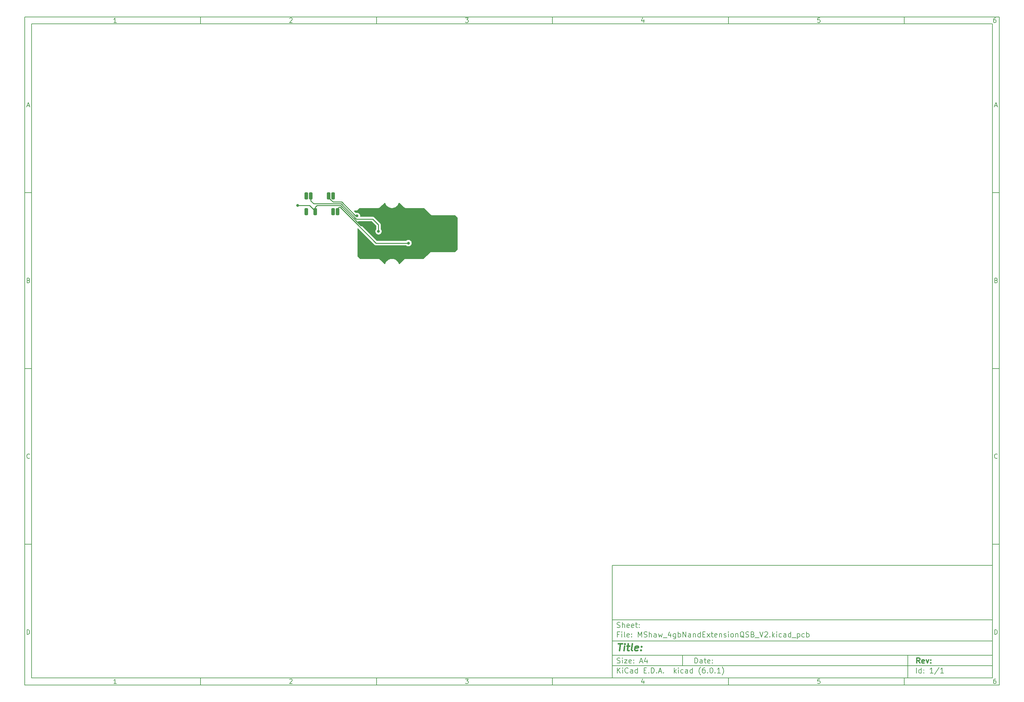
<source format=gbl>
%TF.GenerationSoftware,KiCad,Pcbnew,(6.0.1)*%
%TF.CreationDate,2022-02-28T01:07:11-07:00*%
%TF.ProjectId,MShaw_4gbNandExtensionQSB_V2,4d536861-775f-4346-9762-4e616e644578,rev?*%
%TF.SameCoordinates,Original*%
%TF.FileFunction,Copper,L2,Bot*%
%TF.FilePolarity,Positive*%
%FSLAX46Y46*%
G04 Gerber Fmt 4.6, Leading zero omitted, Abs format (unit mm)*
G04 Created by KiCad (PCBNEW (6.0.1)) date 2022-02-28 01:07:11*
%MOMM*%
%LPD*%
G01*
G04 APERTURE LIST*
G04 Aperture macros list*
%AMRoundRect*
0 Rectangle with rounded corners*
0 $1 Rounding radius*
0 $2 $3 $4 $5 $6 $7 $8 $9 X,Y pos of 4 corners*
0 Add a 4 corners polygon primitive as box body*
4,1,4,$2,$3,$4,$5,$6,$7,$8,$9,$2,$3,0*
0 Add four circle primitives for the rounded corners*
1,1,$1+$1,$2,$3*
1,1,$1+$1,$4,$5*
1,1,$1+$1,$6,$7*
1,1,$1+$1,$8,$9*
0 Add four rect primitives between the rounded corners*
20,1,$1+$1,$2,$3,$4,$5,0*
20,1,$1+$1,$4,$5,$6,$7,0*
20,1,$1+$1,$6,$7,$8,$9,0*
20,1,$1+$1,$8,$9,$2,$3,0*%
G04 Aperture macros list end*
%ADD10C,0.100000*%
%ADD11C,0.150000*%
%ADD12C,0.300000*%
%ADD13C,0.400000*%
%TA.AperFunction,ComponentPad*%
%ADD14RoundRect,0.250000X0.250000X-0.750000X0.250000X0.750000X-0.250000X0.750000X-0.250000X-0.750000X0*%
%TD*%
%TA.AperFunction,ViaPad*%
%ADD15C,0.800000*%
%TD*%
%TA.AperFunction,Conductor*%
%ADD16C,0.250000*%
%TD*%
G04 APERTURE END LIST*
D10*
D11*
X177002200Y-166007200D02*
X177002200Y-198007200D01*
X285002200Y-198007200D01*
X285002200Y-166007200D01*
X177002200Y-166007200D01*
D10*
D11*
X10000000Y-10000000D02*
X10000000Y-200007200D01*
X287002200Y-200007200D01*
X287002200Y-10000000D01*
X10000000Y-10000000D01*
D10*
D11*
X12000000Y-12000000D02*
X12000000Y-198007200D01*
X285002200Y-198007200D01*
X285002200Y-12000000D01*
X12000000Y-12000000D01*
D10*
D11*
X60000000Y-12000000D02*
X60000000Y-10000000D01*
D10*
D11*
X110000000Y-12000000D02*
X110000000Y-10000000D01*
D10*
D11*
X160000000Y-12000000D02*
X160000000Y-10000000D01*
D10*
D11*
X210000000Y-12000000D02*
X210000000Y-10000000D01*
D10*
D11*
X260000000Y-12000000D02*
X260000000Y-10000000D01*
D10*
D11*
X36065476Y-11588095D02*
X35322619Y-11588095D01*
X35694047Y-11588095D02*
X35694047Y-10288095D01*
X35570238Y-10473809D01*
X35446428Y-10597619D01*
X35322619Y-10659523D01*
D10*
D11*
X85322619Y-10411904D02*
X85384523Y-10350000D01*
X85508333Y-10288095D01*
X85817857Y-10288095D01*
X85941666Y-10350000D01*
X86003571Y-10411904D01*
X86065476Y-10535714D01*
X86065476Y-10659523D01*
X86003571Y-10845238D01*
X85260714Y-11588095D01*
X86065476Y-11588095D01*
D10*
D11*
X135260714Y-10288095D02*
X136065476Y-10288095D01*
X135632142Y-10783333D01*
X135817857Y-10783333D01*
X135941666Y-10845238D01*
X136003571Y-10907142D01*
X136065476Y-11030952D01*
X136065476Y-11340476D01*
X136003571Y-11464285D01*
X135941666Y-11526190D01*
X135817857Y-11588095D01*
X135446428Y-11588095D01*
X135322619Y-11526190D01*
X135260714Y-11464285D01*
D10*
D11*
X185941666Y-10721428D02*
X185941666Y-11588095D01*
X185632142Y-10226190D02*
X185322619Y-11154761D01*
X186127380Y-11154761D01*
D10*
D11*
X236003571Y-10288095D02*
X235384523Y-10288095D01*
X235322619Y-10907142D01*
X235384523Y-10845238D01*
X235508333Y-10783333D01*
X235817857Y-10783333D01*
X235941666Y-10845238D01*
X236003571Y-10907142D01*
X236065476Y-11030952D01*
X236065476Y-11340476D01*
X236003571Y-11464285D01*
X235941666Y-11526190D01*
X235817857Y-11588095D01*
X235508333Y-11588095D01*
X235384523Y-11526190D01*
X235322619Y-11464285D01*
D10*
D11*
X285941666Y-10288095D02*
X285694047Y-10288095D01*
X285570238Y-10350000D01*
X285508333Y-10411904D01*
X285384523Y-10597619D01*
X285322619Y-10845238D01*
X285322619Y-11340476D01*
X285384523Y-11464285D01*
X285446428Y-11526190D01*
X285570238Y-11588095D01*
X285817857Y-11588095D01*
X285941666Y-11526190D01*
X286003571Y-11464285D01*
X286065476Y-11340476D01*
X286065476Y-11030952D01*
X286003571Y-10907142D01*
X285941666Y-10845238D01*
X285817857Y-10783333D01*
X285570238Y-10783333D01*
X285446428Y-10845238D01*
X285384523Y-10907142D01*
X285322619Y-11030952D01*
D10*
D11*
X60000000Y-198007200D02*
X60000000Y-200007200D01*
D10*
D11*
X110000000Y-198007200D02*
X110000000Y-200007200D01*
D10*
D11*
X160000000Y-198007200D02*
X160000000Y-200007200D01*
D10*
D11*
X210000000Y-198007200D02*
X210000000Y-200007200D01*
D10*
D11*
X260000000Y-198007200D02*
X260000000Y-200007200D01*
D10*
D11*
X36065476Y-199595295D02*
X35322619Y-199595295D01*
X35694047Y-199595295D02*
X35694047Y-198295295D01*
X35570238Y-198481009D01*
X35446428Y-198604819D01*
X35322619Y-198666723D01*
D10*
D11*
X85322619Y-198419104D02*
X85384523Y-198357200D01*
X85508333Y-198295295D01*
X85817857Y-198295295D01*
X85941666Y-198357200D01*
X86003571Y-198419104D01*
X86065476Y-198542914D01*
X86065476Y-198666723D01*
X86003571Y-198852438D01*
X85260714Y-199595295D01*
X86065476Y-199595295D01*
D10*
D11*
X135260714Y-198295295D02*
X136065476Y-198295295D01*
X135632142Y-198790533D01*
X135817857Y-198790533D01*
X135941666Y-198852438D01*
X136003571Y-198914342D01*
X136065476Y-199038152D01*
X136065476Y-199347676D01*
X136003571Y-199471485D01*
X135941666Y-199533390D01*
X135817857Y-199595295D01*
X135446428Y-199595295D01*
X135322619Y-199533390D01*
X135260714Y-199471485D01*
D10*
D11*
X185941666Y-198728628D02*
X185941666Y-199595295D01*
X185632142Y-198233390D02*
X185322619Y-199161961D01*
X186127380Y-199161961D01*
D10*
D11*
X236003571Y-198295295D02*
X235384523Y-198295295D01*
X235322619Y-198914342D01*
X235384523Y-198852438D01*
X235508333Y-198790533D01*
X235817857Y-198790533D01*
X235941666Y-198852438D01*
X236003571Y-198914342D01*
X236065476Y-199038152D01*
X236065476Y-199347676D01*
X236003571Y-199471485D01*
X235941666Y-199533390D01*
X235817857Y-199595295D01*
X235508333Y-199595295D01*
X235384523Y-199533390D01*
X235322619Y-199471485D01*
D10*
D11*
X285941666Y-198295295D02*
X285694047Y-198295295D01*
X285570238Y-198357200D01*
X285508333Y-198419104D01*
X285384523Y-198604819D01*
X285322619Y-198852438D01*
X285322619Y-199347676D01*
X285384523Y-199471485D01*
X285446428Y-199533390D01*
X285570238Y-199595295D01*
X285817857Y-199595295D01*
X285941666Y-199533390D01*
X286003571Y-199471485D01*
X286065476Y-199347676D01*
X286065476Y-199038152D01*
X286003571Y-198914342D01*
X285941666Y-198852438D01*
X285817857Y-198790533D01*
X285570238Y-198790533D01*
X285446428Y-198852438D01*
X285384523Y-198914342D01*
X285322619Y-199038152D01*
D10*
D11*
X10000000Y-60000000D02*
X12000000Y-60000000D01*
D10*
D11*
X10000000Y-110000000D02*
X12000000Y-110000000D01*
D10*
D11*
X10000000Y-160000000D02*
X12000000Y-160000000D01*
D10*
D11*
X10690476Y-35216666D02*
X11309523Y-35216666D01*
X10566666Y-35588095D02*
X11000000Y-34288095D01*
X11433333Y-35588095D01*
D10*
D11*
X11092857Y-84907142D02*
X11278571Y-84969047D01*
X11340476Y-85030952D01*
X11402380Y-85154761D01*
X11402380Y-85340476D01*
X11340476Y-85464285D01*
X11278571Y-85526190D01*
X11154761Y-85588095D01*
X10659523Y-85588095D01*
X10659523Y-84288095D01*
X11092857Y-84288095D01*
X11216666Y-84350000D01*
X11278571Y-84411904D01*
X11340476Y-84535714D01*
X11340476Y-84659523D01*
X11278571Y-84783333D01*
X11216666Y-84845238D01*
X11092857Y-84907142D01*
X10659523Y-84907142D01*
D10*
D11*
X11402380Y-135464285D02*
X11340476Y-135526190D01*
X11154761Y-135588095D01*
X11030952Y-135588095D01*
X10845238Y-135526190D01*
X10721428Y-135402380D01*
X10659523Y-135278571D01*
X10597619Y-135030952D01*
X10597619Y-134845238D01*
X10659523Y-134597619D01*
X10721428Y-134473809D01*
X10845238Y-134350000D01*
X11030952Y-134288095D01*
X11154761Y-134288095D01*
X11340476Y-134350000D01*
X11402380Y-134411904D01*
D10*
D11*
X10659523Y-185588095D02*
X10659523Y-184288095D01*
X10969047Y-184288095D01*
X11154761Y-184350000D01*
X11278571Y-184473809D01*
X11340476Y-184597619D01*
X11402380Y-184845238D01*
X11402380Y-185030952D01*
X11340476Y-185278571D01*
X11278571Y-185402380D01*
X11154761Y-185526190D01*
X10969047Y-185588095D01*
X10659523Y-185588095D01*
D10*
D11*
X287002200Y-60000000D02*
X285002200Y-60000000D01*
D10*
D11*
X287002200Y-110000000D02*
X285002200Y-110000000D01*
D10*
D11*
X287002200Y-160000000D02*
X285002200Y-160000000D01*
D10*
D11*
X285692676Y-35216666D02*
X286311723Y-35216666D01*
X285568866Y-35588095D02*
X286002200Y-34288095D01*
X286435533Y-35588095D01*
D10*
D11*
X286095057Y-84907142D02*
X286280771Y-84969047D01*
X286342676Y-85030952D01*
X286404580Y-85154761D01*
X286404580Y-85340476D01*
X286342676Y-85464285D01*
X286280771Y-85526190D01*
X286156961Y-85588095D01*
X285661723Y-85588095D01*
X285661723Y-84288095D01*
X286095057Y-84288095D01*
X286218866Y-84350000D01*
X286280771Y-84411904D01*
X286342676Y-84535714D01*
X286342676Y-84659523D01*
X286280771Y-84783333D01*
X286218866Y-84845238D01*
X286095057Y-84907142D01*
X285661723Y-84907142D01*
D10*
D11*
X286404580Y-135464285D02*
X286342676Y-135526190D01*
X286156961Y-135588095D01*
X286033152Y-135588095D01*
X285847438Y-135526190D01*
X285723628Y-135402380D01*
X285661723Y-135278571D01*
X285599819Y-135030952D01*
X285599819Y-134845238D01*
X285661723Y-134597619D01*
X285723628Y-134473809D01*
X285847438Y-134350000D01*
X286033152Y-134288095D01*
X286156961Y-134288095D01*
X286342676Y-134350000D01*
X286404580Y-134411904D01*
D10*
D11*
X285661723Y-185588095D02*
X285661723Y-184288095D01*
X285971247Y-184288095D01*
X286156961Y-184350000D01*
X286280771Y-184473809D01*
X286342676Y-184597619D01*
X286404580Y-184845238D01*
X286404580Y-185030952D01*
X286342676Y-185278571D01*
X286280771Y-185402380D01*
X286156961Y-185526190D01*
X285971247Y-185588095D01*
X285661723Y-185588095D01*
D10*
D11*
X200434342Y-193785771D02*
X200434342Y-192285771D01*
X200791485Y-192285771D01*
X201005771Y-192357200D01*
X201148628Y-192500057D01*
X201220057Y-192642914D01*
X201291485Y-192928628D01*
X201291485Y-193142914D01*
X201220057Y-193428628D01*
X201148628Y-193571485D01*
X201005771Y-193714342D01*
X200791485Y-193785771D01*
X200434342Y-193785771D01*
X202577200Y-193785771D02*
X202577200Y-193000057D01*
X202505771Y-192857200D01*
X202362914Y-192785771D01*
X202077200Y-192785771D01*
X201934342Y-192857200D01*
X202577200Y-193714342D02*
X202434342Y-193785771D01*
X202077200Y-193785771D01*
X201934342Y-193714342D01*
X201862914Y-193571485D01*
X201862914Y-193428628D01*
X201934342Y-193285771D01*
X202077200Y-193214342D01*
X202434342Y-193214342D01*
X202577200Y-193142914D01*
X203077200Y-192785771D02*
X203648628Y-192785771D01*
X203291485Y-192285771D02*
X203291485Y-193571485D01*
X203362914Y-193714342D01*
X203505771Y-193785771D01*
X203648628Y-193785771D01*
X204720057Y-193714342D02*
X204577200Y-193785771D01*
X204291485Y-193785771D01*
X204148628Y-193714342D01*
X204077200Y-193571485D01*
X204077200Y-193000057D01*
X204148628Y-192857200D01*
X204291485Y-192785771D01*
X204577200Y-192785771D01*
X204720057Y-192857200D01*
X204791485Y-193000057D01*
X204791485Y-193142914D01*
X204077200Y-193285771D01*
X205434342Y-193642914D02*
X205505771Y-193714342D01*
X205434342Y-193785771D01*
X205362914Y-193714342D01*
X205434342Y-193642914D01*
X205434342Y-193785771D01*
X205434342Y-192857200D02*
X205505771Y-192928628D01*
X205434342Y-193000057D01*
X205362914Y-192928628D01*
X205434342Y-192857200D01*
X205434342Y-193000057D01*
D10*
D11*
X177002200Y-194507200D02*
X285002200Y-194507200D01*
D10*
D11*
X178434342Y-196585771D02*
X178434342Y-195085771D01*
X179291485Y-196585771D02*
X178648628Y-195728628D01*
X179291485Y-195085771D02*
X178434342Y-195942914D01*
X179934342Y-196585771D02*
X179934342Y-195585771D01*
X179934342Y-195085771D02*
X179862914Y-195157200D01*
X179934342Y-195228628D01*
X180005771Y-195157200D01*
X179934342Y-195085771D01*
X179934342Y-195228628D01*
X181505771Y-196442914D02*
X181434342Y-196514342D01*
X181220057Y-196585771D01*
X181077200Y-196585771D01*
X180862914Y-196514342D01*
X180720057Y-196371485D01*
X180648628Y-196228628D01*
X180577200Y-195942914D01*
X180577200Y-195728628D01*
X180648628Y-195442914D01*
X180720057Y-195300057D01*
X180862914Y-195157200D01*
X181077200Y-195085771D01*
X181220057Y-195085771D01*
X181434342Y-195157200D01*
X181505771Y-195228628D01*
X182791485Y-196585771D02*
X182791485Y-195800057D01*
X182720057Y-195657200D01*
X182577200Y-195585771D01*
X182291485Y-195585771D01*
X182148628Y-195657200D01*
X182791485Y-196514342D02*
X182648628Y-196585771D01*
X182291485Y-196585771D01*
X182148628Y-196514342D01*
X182077200Y-196371485D01*
X182077200Y-196228628D01*
X182148628Y-196085771D01*
X182291485Y-196014342D01*
X182648628Y-196014342D01*
X182791485Y-195942914D01*
X184148628Y-196585771D02*
X184148628Y-195085771D01*
X184148628Y-196514342D02*
X184005771Y-196585771D01*
X183720057Y-196585771D01*
X183577200Y-196514342D01*
X183505771Y-196442914D01*
X183434342Y-196300057D01*
X183434342Y-195871485D01*
X183505771Y-195728628D01*
X183577200Y-195657200D01*
X183720057Y-195585771D01*
X184005771Y-195585771D01*
X184148628Y-195657200D01*
X186005771Y-195800057D02*
X186505771Y-195800057D01*
X186720057Y-196585771D02*
X186005771Y-196585771D01*
X186005771Y-195085771D01*
X186720057Y-195085771D01*
X187362914Y-196442914D02*
X187434342Y-196514342D01*
X187362914Y-196585771D01*
X187291485Y-196514342D01*
X187362914Y-196442914D01*
X187362914Y-196585771D01*
X188077200Y-196585771D02*
X188077200Y-195085771D01*
X188434342Y-195085771D01*
X188648628Y-195157200D01*
X188791485Y-195300057D01*
X188862914Y-195442914D01*
X188934342Y-195728628D01*
X188934342Y-195942914D01*
X188862914Y-196228628D01*
X188791485Y-196371485D01*
X188648628Y-196514342D01*
X188434342Y-196585771D01*
X188077200Y-196585771D01*
X189577200Y-196442914D02*
X189648628Y-196514342D01*
X189577200Y-196585771D01*
X189505771Y-196514342D01*
X189577200Y-196442914D01*
X189577200Y-196585771D01*
X190220057Y-196157200D02*
X190934342Y-196157200D01*
X190077200Y-196585771D02*
X190577200Y-195085771D01*
X191077200Y-196585771D01*
X191577200Y-196442914D02*
X191648628Y-196514342D01*
X191577200Y-196585771D01*
X191505771Y-196514342D01*
X191577200Y-196442914D01*
X191577200Y-196585771D01*
X194577200Y-196585771D02*
X194577200Y-195085771D01*
X194720057Y-196014342D02*
X195148628Y-196585771D01*
X195148628Y-195585771D02*
X194577200Y-196157200D01*
X195791485Y-196585771D02*
X195791485Y-195585771D01*
X195791485Y-195085771D02*
X195720057Y-195157200D01*
X195791485Y-195228628D01*
X195862914Y-195157200D01*
X195791485Y-195085771D01*
X195791485Y-195228628D01*
X197148628Y-196514342D02*
X197005771Y-196585771D01*
X196720057Y-196585771D01*
X196577200Y-196514342D01*
X196505771Y-196442914D01*
X196434342Y-196300057D01*
X196434342Y-195871485D01*
X196505771Y-195728628D01*
X196577200Y-195657200D01*
X196720057Y-195585771D01*
X197005771Y-195585771D01*
X197148628Y-195657200D01*
X198434342Y-196585771D02*
X198434342Y-195800057D01*
X198362914Y-195657200D01*
X198220057Y-195585771D01*
X197934342Y-195585771D01*
X197791485Y-195657200D01*
X198434342Y-196514342D02*
X198291485Y-196585771D01*
X197934342Y-196585771D01*
X197791485Y-196514342D01*
X197720057Y-196371485D01*
X197720057Y-196228628D01*
X197791485Y-196085771D01*
X197934342Y-196014342D01*
X198291485Y-196014342D01*
X198434342Y-195942914D01*
X199791485Y-196585771D02*
X199791485Y-195085771D01*
X199791485Y-196514342D02*
X199648628Y-196585771D01*
X199362914Y-196585771D01*
X199220057Y-196514342D01*
X199148628Y-196442914D01*
X199077200Y-196300057D01*
X199077200Y-195871485D01*
X199148628Y-195728628D01*
X199220057Y-195657200D01*
X199362914Y-195585771D01*
X199648628Y-195585771D01*
X199791485Y-195657200D01*
X202077200Y-197157200D02*
X202005771Y-197085771D01*
X201862914Y-196871485D01*
X201791485Y-196728628D01*
X201720057Y-196514342D01*
X201648628Y-196157200D01*
X201648628Y-195871485D01*
X201720057Y-195514342D01*
X201791485Y-195300057D01*
X201862914Y-195157200D01*
X202005771Y-194942914D01*
X202077200Y-194871485D01*
X203291485Y-195085771D02*
X203005771Y-195085771D01*
X202862914Y-195157200D01*
X202791485Y-195228628D01*
X202648628Y-195442914D01*
X202577200Y-195728628D01*
X202577200Y-196300057D01*
X202648628Y-196442914D01*
X202720057Y-196514342D01*
X202862914Y-196585771D01*
X203148628Y-196585771D01*
X203291485Y-196514342D01*
X203362914Y-196442914D01*
X203434342Y-196300057D01*
X203434342Y-195942914D01*
X203362914Y-195800057D01*
X203291485Y-195728628D01*
X203148628Y-195657200D01*
X202862914Y-195657200D01*
X202720057Y-195728628D01*
X202648628Y-195800057D01*
X202577200Y-195942914D01*
X204077200Y-196442914D02*
X204148628Y-196514342D01*
X204077200Y-196585771D01*
X204005771Y-196514342D01*
X204077200Y-196442914D01*
X204077200Y-196585771D01*
X205077200Y-195085771D02*
X205220057Y-195085771D01*
X205362914Y-195157200D01*
X205434342Y-195228628D01*
X205505771Y-195371485D01*
X205577200Y-195657200D01*
X205577200Y-196014342D01*
X205505771Y-196300057D01*
X205434342Y-196442914D01*
X205362914Y-196514342D01*
X205220057Y-196585771D01*
X205077200Y-196585771D01*
X204934342Y-196514342D01*
X204862914Y-196442914D01*
X204791485Y-196300057D01*
X204720057Y-196014342D01*
X204720057Y-195657200D01*
X204791485Y-195371485D01*
X204862914Y-195228628D01*
X204934342Y-195157200D01*
X205077200Y-195085771D01*
X206220057Y-196442914D02*
X206291485Y-196514342D01*
X206220057Y-196585771D01*
X206148628Y-196514342D01*
X206220057Y-196442914D01*
X206220057Y-196585771D01*
X207720057Y-196585771D02*
X206862914Y-196585771D01*
X207291485Y-196585771D02*
X207291485Y-195085771D01*
X207148628Y-195300057D01*
X207005771Y-195442914D01*
X206862914Y-195514342D01*
X208220057Y-197157200D02*
X208291485Y-197085771D01*
X208434342Y-196871485D01*
X208505771Y-196728628D01*
X208577200Y-196514342D01*
X208648628Y-196157200D01*
X208648628Y-195871485D01*
X208577200Y-195514342D01*
X208505771Y-195300057D01*
X208434342Y-195157200D01*
X208291485Y-194942914D01*
X208220057Y-194871485D01*
D10*
D11*
X177002200Y-191507200D02*
X285002200Y-191507200D01*
D10*
D12*
X264411485Y-193785771D02*
X263911485Y-193071485D01*
X263554342Y-193785771D02*
X263554342Y-192285771D01*
X264125771Y-192285771D01*
X264268628Y-192357200D01*
X264340057Y-192428628D01*
X264411485Y-192571485D01*
X264411485Y-192785771D01*
X264340057Y-192928628D01*
X264268628Y-193000057D01*
X264125771Y-193071485D01*
X263554342Y-193071485D01*
X265625771Y-193714342D02*
X265482914Y-193785771D01*
X265197200Y-193785771D01*
X265054342Y-193714342D01*
X264982914Y-193571485D01*
X264982914Y-193000057D01*
X265054342Y-192857200D01*
X265197200Y-192785771D01*
X265482914Y-192785771D01*
X265625771Y-192857200D01*
X265697200Y-193000057D01*
X265697200Y-193142914D01*
X264982914Y-193285771D01*
X266197200Y-192785771D02*
X266554342Y-193785771D01*
X266911485Y-192785771D01*
X267482914Y-193642914D02*
X267554342Y-193714342D01*
X267482914Y-193785771D01*
X267411485Y-193714342D01*
X267482914Y-193642914D01*
X267482914Y-193785771D01*
X267482914Y-192857200D02*
X267554342Y-192928628D01*
X267482914Y-193000057D01*
X267411485Y-192928628D01*
X267482914Y-192857200D01*
X267482914Y-193000057D01*
D10*
D11*
X178362914Y-193714342D02*
X178577200Y-193785771D01*
X178934342Y-193785771D01*
X179077200Y-193714342D01*
X179148628Y-193642914D01*
X179220057Y-193500057D01*
X179220057Y-193357200D01*
X179148628Y-193214342D01*
X179077200Y-193142914D01*
X178934342Y-193071485D01*
X178648628Y-193000057D01*
X178505771Y-192928628D01*
X178434342Y-192857200D01*
X178362914Y-192714342D01*
X178362914Y-192571485D01*
X178434342Y-192428628D01*
X178505771Y-192357200D01*
X178648628Y-192285771D01*
X179005771Y-192285771D01*
X179220057Y-192357200D01*
X179862914Y-193785771D02*
X179862914Y-192785771D01*
X179862914Y-192285771D02*
X179791485Y-192357200D01*
X179862914Y-192428628D01*
X179934342Y-192357200D01*
X179862914Y-192285771D01*
X179862914Y-192428628D01*
X180434342Y-192785771D02*
X181220057Y-192785771D01*
X180434342Y-193785771D01*
X181220057Y-193785771D01*
X182362914Y-193714342D02*
X182220057Y-193785771D01*
X181934342Y-193785771D01*
X181791485Y-193714342D01*
X181720057Y-193571485D01*
X181720057Y-193000057D01*
X181791485Y-192857200D01*
X181934342Y-192785771D01*
X182220057Y-192785771D01*
X182362914Y-192857200D01*
X182434342Y-193000057D01*
X182434342Y-193142914D01*
X181720057Y-193285771D01*
X183077200Y-193642914D02*
X183148628Y-193714342D01*
X183077200Y-193785771D01*
X183005771Y-193714342D01*
X183077200Y-193642914D01*
X183077200Y-193785771D01*
X183077200Y-192857200D02*
X183148628Y-192928628D01*
X183077200Y-193000057D01*
X183005771Y-192928628D01*
X183077200Y-192857200D01*
X183077200Y-193000057D01*
X184862914Y-193357200D02*
X185577200Y-193357200D01*
X184720057Y-193785771D02*
X185220057Y-192285771D01*
X185720057Y-193785771D01*
X186862914Y-192785771D02*
X186862914Y-193785771D01*
X186505771Y-192214342D02*
X186148628Y-193285771D01*
X187077200Y-193285771D01*
D10*
D11*
X263434342Y-196585771D02*
X263434342Y-195085771D01*
X264791485Y-196585771D02*
X264791485Y-195085771D01*
X264791485Y-196514342D02*
X264648628Y-196585771D01*
X264362914Y-196585771D01*
X264220057Y-196514342D01*
X264148628Y-196442914D01*
X264077200Y-196300057D01*
X264077200Y-195871485D01*
X264148628Y-195728628D01*
X264220057Y-195657200D01*
X264362914Y-195585771D01*
X264648628Y-195585771D01*
X264791485Y-195657200D01*
X265505771Y-196442914D02*
X265577200Y-196514342D01*
X265505771Y-196585771D01*
X265434342Y-196514342D01*
X265505771Y-196442914D01*
X265505771Y-196585771D01*
X265505771Y-195657200D02*
X265577200Y-195728628D01*
X265505771Y-195800057D01*
X265434342Y-195728628D01*
X265505771Y-195657200D01*
X265505771Y-195800057D01*
X268148628Y-196585771D02*
X267291485Y-196585771D01*
X267720057Y-196585771D02*
X267720057Y-195085771D01*
X267577200Y-195300057D01*
X267434342Y-195442914D01*
X267291485Y-195514342D01*
X269862914Y-195014342D02*
X268577200Y-196942914D01*
X271148628Y-196585771D02*
X270291485Y-196585771D01*
X270720057Y-196585771D02*
X270720057Y-195085771D01*
X270577200Y-195300057D01*
X270434342Y-195442914D01*
X270291485Y-195514342D01*
D10*
D11*
X177002200Y-187507200D02*
X285002200Y-187507200D01*
D10*
D13*
X178714580Y-188211961D02*
X179857438Y-188211961D01*
X179036009Y-190211961D02*
X179286009Y-188211961D01*
X180274104Y-190211961D02*
X180440771Y-188878628D01*
X180524104Y-188211961D02*
X180416961Y-188307200D01*
X180500295Y-188402438D01*
X180607438Y-188307200D01*
X180524104Y-188211961D01*
X180500295Y-188402438D01*
X181107438Y-188878628D02*
X181869342Y-188878628D01*
X181476485Y-188211961D02*
X181262200Y-189926247D01*
X181333628Y-190116723D01*
X181512200Y-190211961D01*
X181702676Y-190211961D01*
X182655057Y-190211961D02*
X182476485Y-190116723D01*
X182405057Y-189926247D01*
X182619342Y-188211961D01*
X184190771Y-190116723D02*
X183988390Y-190211961D01*
X183607438Y-190211961D01*
X183428866Y-190116723D01*
X183357438Y-189926247D01*
X183452676Y-189164342D01*
X183571723Y-188973866D01*
X183774104Y-188878628D01*
X184155057Y-188878628D01*
X184333628Y-188973866D01*
X184405057Y-189164342D01*
X184381247Y-189354819D01*
X183405057Y-189545295D01*
X185155057Y-190021485D02*
X185238390Y-190116723D01*
X185131247Y-190211961D01*
X185047914Y-190116723D01*
X185155057Y-190021485D01*
X185131247Y-190211961D01*
X185286009Y-188973866D02*
X185369342Y-189069104D01*
X185262200Y-189164342D01*
X185178866Y-189069104D01*
X185286009Y-188973866D01*
X185262200Y-189164342D01*
D10*
D11*
X178934342Y-185600057D02*
X178434342Y-185600057D01*
X178434342Y-186385771D02*
X178434342Y-184885771D01*
X179148628Y-184885771D01*
X179720057Y-186385771D02*
X179720057Y-185385771D01*
X179720057Y-184885771D02*
X179648628Y-184957200D01*
X179720057Y-185028628D01*
X179791485Y-184957200D01*
X179720057Y-184885771D01*
X179720057Y-185028628D01*
X180648628Y-186385771D02*
X180505771Y-186314342D01*
X180434342Y-186171485D01*
X180434342Y-184885771D01*
X181791485Y-186314342D02*
X181648628Y-186385771D01*
X181362914Y-186385771D01*
X181220057Y-186314342D01*
X181148628Y-186171485D01*
X181148628Y-185600057D01*
X181220057Y-185457200D01*
X181362914Y-185385771D01*
X181648628Y-185385771D01*
X181791485Y-185457200D01*
X181862914Y-185600057D01*
X181862914Y-185742914D01*
X181148628Y-185885771D01*
X182505771Y-186242914D02*
X182577200Y-186314342D01*
X182505771Y-186385771D01*
X182434342Y-186314342D01*
X182505771Y-186242914D01*
X182505771Y-186385771D01*
X182505771Y-185457200D02*
X182577200Y-185528628D01*
X182505771Y-185600057D01*
X182434342Y-185528628D01*
X182505771Y-185457200D01*
X182505771Y-185600057D01*
X184362914Y-186385771D02*
X184362914Y-184885771D01*
X184862914Y-185957200D01*
X185362914Y-184885771D01*
X185362914Y-186385771D01*
X186005771Y-186314342D02*
X186220057Y-186385771D01*
X186577200Y-186385771D01*
X186720057Y-186314342D01*
X186791485Y-186242914D01*
X186862914Y-186100057D01*
X186862914Y-185957200D01*
X186791485Y-185814342D01*
X186720057Y-185742914D01*
X186577200Y-185671485D01*
X186291485Y-185600057D01*
X186148628Y-185528628D01*
X186077200Y-185457200D01*
X186005771Y-185314342D01*
X186005771Y-185171485D01*
X186077200Y-185028628D01*
X186148628Y-184957200D01*
X186291485Y-184885771D01*
X186648628Y-184885771D01*
X186862914Y-184957200D01*
X187505771Y-186385771D02*
X187505771Y-184885771D01*
X188148628Y-186385771D02*
X188148628Y-185600057D01*
X188077200Y-185457200D01*
X187934342Y-185385771D01*
X187720057Y-185385771D01*
X187577200Y-185457200D01*
X187505771Y-185528628D01*
X189505771Y-186385771D02*
X189505771Y-185600057D01*
X189434342Y-185457200D01*
X189291485Y-185385771D01*
X189005771Y-185385771D01*
X188862914Y-185457200D01*
X189505771Y-186314342D02*
X189362914Y-186385771D01*
X189005771Y-186385771D01*
X188862914Y-186314342D01*
X188791485Y-186171485D01*
X188791485Y-186028628D01*
X188862914Y-185885771D01*
X189005771Y-185814342D01*
X189362914Y-185814342D01*
X189505771Y-185742914D01*
X190077200Y-185385771D02*
X190362914Y-186385771D01*
X190648628Y-185671485D01*
X190934342Y-186385771D01*
X191220057Y-185385771D01*
X191434342Y-186528628D02*
X192577200Y-186528628D01*
X193577200Y-185385771D02*
X193577200Y-186385771D01*
X193220057Y-184814342D02*
X192862914Y-185885771D01*
X193791485Y-185885771D01*
X195005771Y-185385771D02*
X195005771Y-186600057D01*
X194934342Y-186742914D01*
X194862914Y-186814342D01*
X194720057Y-186885771D01*
X194505771Y-186885771D01*
X194362914Y-186814342D01*
X195005771Y-186314342D02*
X194862914Y-186385771D01*
X194577200Y-186385771D01*
X194434342Y-186314342D01*
X194362914Y-186242914D01*
X194291485Y-186100057D01*
X194291485Y-185671485D01*
X194362914Y-185528628D01*
X194434342Y-185457200D01*
X194577200Y-185385771D01*
X194862914Y-185385771D01*
X195005771Y-185457200D01*
X195720057Y-186385771D02*
X195720057Y-184885771D01*
X195720057Y-185457200D02*
X195862914Y-185385771D01*
X196148628Y-185385771D01*
X196291485Y-185457200D01*
X196362914Y-185528628D01*
X196434342Y-185671485D01*
X196434342Y-186100057D01*
X196362914Y-186242914D01*
X196291485Y-186314342D01*
X196148628Y-186385771D01*
X195862914Y-186385771D01*
X195720057Y-186314342D01*
X197077200Y-186385771D02*
X197077200Y-184885771D01*
X197934342Y-186385771D01*
X197934342Y-184885771D01*
X199291485Y-186385771D02*
X199291485Y-185600057D01*
X199220057Y-185457200D01*
X199077200Y-185385771D01*
X198791485Y-185385771D01*
X198648628Y-185457200D01*
X199291485Y-186314342D02*
X199148628Y-186385771D01*
X198791485Y-186385771D01*
X198648628Y-186314342D01*
X198577200Y-186171485D01*
X198577200Y-186028628D01*
X198648628Y-185885771D01*
X198791485Y-185814342D01*
X199148628Y-185814342D01*
X199291485Y-185742914D01*
X200005771Y-185385771D02*
X200005771Y-186385771D01*
X200005771Y-185528628D02*
X200077200Y-185457200D01*
X200220057Y-185385771D01*
X200434342Y-185385771D01*
X200577200Y-185457200D01*
X200648628Y-185600057D01*
X200648628Y-186385771D01*
X202005771Y-186385771D02*
X202005771Y-184885771D01*
X202005771Y-186314342D02*
X201862914Y-186385771D01*
X201577200Y-186385771D01*
X201434342Y-186314342D01*
X201362914Y-186242914D01*
X201291485Y-186100057D01*
X201291485Y-185671485D01*
X201362914Y-185528628D01*
X201434342Y-185457200D01*
X201577200Y-185385771D01*
X201862914Y-185385771D01*
X202005771Y-185457200D01*
X202720057Y-185600057D02*
X203220057Y-185600057D01*
X203434342Y-186385771D02*
X202720057Y-186385771D01*
X202720057Y-184885771D01*
X203434342Y-184885771D01*
X203934342Y-186385771D02*
X204720057Y-185385771D01*
X203934342Y-185385771D02*
X204720057Y-186385771D01*
X205077200Y-185385771D02*
X205648628Y-185385771D01*
X205291485Y-184885771D02*
X205291485Y-186171485D01*
X205362914Y-186314342D01*
X205505771Y-186385771D01*
X205648628Y-186385771D01*
X206720057Y-186314342D02*
X206577200Y-186385771D01*
X206291485Y-186385771D01*
X206148628Y-186314342D01*
X206077200Y-186171485D01*
X206077200Y-185600057D01*
X206148628Y-185457200D01*
X206291485Y-185385771D01*
X206577200Y-185385771D01*
X206720057Y-185457200D01*
X206791485Y-185600057D01*
X206791485Y-185742914D01*
X206077200Y-185885771D01*
X207434342Y-185385771D02*
X207434342Y-186385771D01*
X207434342Y-185528628D02*
X207505771Y-185457200D01*
X207648628Y-185385771D01*
X207862914Y-185385771D01*
X208005771Y-185457200D01*
X208077200Y-185600057D01*
X208077200Y-186385771D01*
X208720057Y-186314342D02*
X208862914Y-186385771D01*
X209148628Y-186385771D01*
X209291485Y-186314342D01*
X209362914Y-186171485D01*
X209362914Y-186100057D01*
X209291485Y-185957200D01*
X209148628Y-185885771D01*
X208934342Y-185885771D01*
X208791485Y-185814342D01*
X208720057Y-185671485D01*
X208720057Y-185600057D01*
X208791485Y-185457200D01*
X208934342Y-185385771D01*
X209148628Y-185385771D01*
X209291485Y-185457200D01*
X210005771Y-186385771D02*
X210005771Y-185385771D01*
X210005771Y-184885771D02*
X209934342Y-184957200D01*
X210005771Y-185028628D01*
X210077200Y-184957200D01*
X210005771Y-184885771D01*
X210005771Y-185028628D01*
X210934342Y-186385771D02*
X210791485Y-186314342D01*
X210720057Y-186242914D01*
X210648628Y-186100057D01*
X210648628Y-185671485D01*
X210720057Y-185528628D01*
X210791485Y-185457200D01*
X210934342Y-185385771D01*
X211148628Y-185385771D01*
X211291485Y-185457200D01*
X211362914Y-185528628D01*
X211434342Y-185671485D01*
X211434342Y-186100057D01*
X211362914Y-186242914D01*
X211291485Y-186314342D01*
X211148628Y-186385771D01*
X210934342Y-186385771D01*
X212077200Y-185385771D02*
X212077200Y-186385771D01*
X212077200Y-185528628D02*
X212148628Y-185457200D01*
X212291485Y-185385771D01*
X212505771Y-185385771D01*
X212648628Y-185457200D01*
X212720057Y-185600057D01*
X212720057Y-186385771D01*
X214434342Y-186528628D02*
X214291485Y-186457200D01*
X214148628Y-186314342D01*
X213934342Y-186100057D01*
X213791485Y-186028628D01*
X213648628Y-186028628D01*
X213720057Y-186385771D02*
X213577200Y-186314342D01*
X213434342Y-186171485D01*
X213362914Y-185885771D01*
X213362914Y-185385771D01*
X213434342Y-185100057D01*
X213577200Y-184957200D01*
X213720057Y-184885771D01*
X214005771Y-184885771D01*
X214148628Y-184957200D01*
X214291485Y-185100057D01*
X214362914Y-185385771D01*
X214362914Y-185885771D01*
X214291485Y-186171485D01*
X214148628Y-186314342D01*
X214005771Y-186385771D01*
X213720057Y-186385771D01*
X214934342Y-186314342D02*
X215148628Y-186385771D01*
X215505771Y-186385771D01*
X215648628Y-186314342D01*
X215720057Y-186242914D01*
X215791485Y-186100057D01*
X215791485Y-185957200D01*
X215720057Y-185814342D01*
X215648628Y-185742914D01*
X215505771Y-185671485D01*
X215220057Y-185600057D01*
X215077200Y-185528628D01*
X215005771Y-185457200D01*
X214934342Y-185314342D01*
X214934342Y-185171485D01*
X215005771Y-185028628D01*
X215077200Y-184957200D01*
X215220057Y-184885771D01*
X215577200Y-184885771D01*
X215791485Y-184957200D01*
X216934342Y-185600057D02*
X217148628Y-185671485D01*
X217220057Y-185742914D01*
X217291485Y-185885771D01*
X217291485Y-186100057D01*
X217220057Y-186242914D01*
X217148628Y-186314342D01*
X217005771Y-186385771D01*
X216434342Y-186385771D01*
X216434342Y-184885771D01*
X216934342Y-184885771D01*
X217077200Y-184957200D01*
X217148628Y-185028628D01*
X217220057Y-185171485D01*
X217220057Y-185314342D01*
X217148628Y-185457200D01*
X217077200Y-185528628D01*
X216934342Y-185600057D01*
X216434342Y-185600057D01*
X217577200Y-186528628D02*
X218720057Y-186528628D01*
X218862914Y-184885771D02*
X219362914Y-186385771D01*
X219862914Y-184885771D01*
X220291485Y-185028628D02*
X220362914Y-184957200D01*
X220505771Y-184885771D01*
X220862914Y-184885771D01*
X221005771Y-184957200D01*
X221077200Y-185028628D01*
X221148628Y-185171485D01*
X221148628Y-185314342D01*
X221077200Y-185528628D01*
X220220057Y-186385771D01*
X221148628Y-186385771D01*
X221791485Y-186242914D02*
X221862914Y-186314342D01*
X221791485Y-186385771D01*
X221720057Y-186314342D01*
X221791485Y-186242914D01*
X221791485Y-186385771D01*
X222505771Y-186385771D02*
X222505771Y-184885771D01*
X222648628Y-185814342D02*
X223077200Y-186385771D01*
X223077200Y-185385771D02*
X222505771Y-185957200D01*
X223720057Y-186385771D02*
X223720057Y-185385771D01*
X223720057Y-184885771D02*
X223648628Y-184957200D01*
X223720057Y-185028628D01*
X223791485Y-184957200D01*
X223720057Y-184885771D01*
X223720057Y-185028628D01*
X225077200Y-186314342D02*
X224934342Y-186385771D01*
X224648628Y-186385771D01*
X224505771Y-186314342D01*
X224434342Y-186242914D01*
X224362914Y-186100057D01*
X224362914Y-185671485D01*
X224434342Y-185528628D01*
X224505771Y-185457200D01*
X224648628Y-185385771D01*
X224934342Y-185385771D01*
X225077200Y-185457200D01*
X226362914Y-186385771D02*
X226362914Y-185600057D01*
X226291485Y-185457200D01*
X226148628Y-185385771D01*
X225862914Y-185385771D01*
X225720057Y-185457200D01*
X226362914Y-186314342D02*
X226220057Y-186385771D01*
X225862914Y-186385771D01*
X225720057Y-186314342D01*
X225648628Y-186171485D01*
X225648628Y-186028628D01*
X225720057Y-185885771D01*
X225862914Y-185814342D01*
X226220057Y-185814342D01*
X226362914Y-185742914D01*
X227720057Y-186385771D02*
X227720057Y-184885771D01*
X227720057Y-186314342D02*
X227577200Y-186385771D01*
X227291485Y-186385771D01*
X227148628Y-186314342D01*
X227077200Y-186242914D01*
X227005771Y-186100057D01*
X227005771Y-185671485D01*
X227077200Y-185528628D01*
X227148628Y-185457200D01*
X227291485Y-185385771D01*
X227577200Y-185385771D01*
X227720057Y-185457200D01*
X228077200Y-186528628D02*
X229220057Y-186528628D01*
X229577200Y-185385771D02*
X229577200Y-186885771D01*
X229577200Y-185457200D02*
X229720057Y-185385771D01*
X230005771Y-185385771D01*
X230148628Y-185457200D01*
X230220057Y-185528628D01*
X230291485Y-185671485D01*
X230291485Y-186100057D01*
X230220057Y-186242914D01*
X230148628Y-186314342D01*
X230005771Y-186385771D01*
X229720057Y-186385771D01*
X229577200Y-186314342D01*
X231577200Y-186314342D02*
X231434342Y-186385771D01*
X231148628Y-186385771D01*
X231005771Y-186314342D01*
X230934342Y-186242914D01*
X230862914Y-186100057D01*
X230862914Y-185671485D01*
X230934342Y-185528628D01*
X231005771Y-185457200D01*
X231148628Y-185385771D01*
X231434342Y-185385771D01*
X231577200Y-185457200D01*
X232220057Y-186385771D02*
X232220057Y-184885771D01*
X232220057Y-185457200D02*
X232362914Y-185385771D01*
X232648628Y-185385771D01*
X232791485Y-185457200D01*
X232862914Y-185528628D01*
X232934342Y-185671485D01*
X232934342Y-186100057D01*
X232862914Y-186242914D01*
X232791485Y-186314342D01*
X232648628Y-186385771D01*
X232362914Y-186385771D01*
X232220057Y-186314342D01*
D10*
D11*
X177002200Y-181507200D02*
X285002200Y-181507200D01*
D10*
D11*
X178362914Y-183614342D02*
X178577200Y-183685771D01*
X178934342Y-183685771D01*
X179077200Y-183614342D01*
X179148628Y-183542914D01*
X179220057Y-183400057D01*
X179220057Y-183257200D01*
X179148628Y-183114342D01*
X179077200Y-183042914D01*
X178934342Y-182971485D01*
X178648628Y-182900057D01*
X178505771Y-182828628D01*
X178434342Y-182757200D01*
X178362914Y-182614342D01*
X178362914Y-182471485D01*
X178434342Y-182328628D01*
X178505771Y-182257200D01*
X178648628Y-182185771D01*
X179005771Y-182185771D01*
X179220057Y-182257200D01*
X179862914Y-183685771D02*
X179862914Y-182185771D01*
X180505771Y-183685771D02*
X180505771Y-182900057D01*
X180434342Y-182757200D01*
X180291485Y-182685771D01*
X180077200Y-182685771D01*
X179934342Y-182757200D01*
X179862914Y-182828628D01*
X181791485Y-183614342D02*
X181648628Y-183685771D01*
X181362914Y-183685771D01*
X181220057Y-183614342D01*
X181148628Y-183471485D01*
X181148628Y-182900057D01*
X181220057Y-182757200D01*
X181362914Y-182685771D01*
X181648628Y-182685771D01*
X181791485Y-182757200D01*
X181862914Y-182900057D01*
X181862914Y-183042914D01*
X181148628Y-183185771D01*
X183077200Y-183614342D02*
X182934342Y-183685771D01*
X182648628Y-183685771D01*
X182505771Y-183614342D01*
X182434342Y-183471485D01*
X182434342Y-182900057D01*
X182505771Y-182757200D01*
X182648628Y-182685771D01*
X182934342Y-182685771D01*
X183077200Y-182757200D01*
X183148628Y-182900057D01*
X183148628Y-183042914D01*
X182434342Y-183185771D01*
X183577200Y-182685771D02*
X184148628Y-182685771D01*
X183791485Y-182185771D02*
X183791485Y-183471485D01*
X183862914Y-183614342D01*
X184005771Y-183685771D01*
X184148628Y-183685771D01*
X184648628Y-183542914D02*
X184720057Y-183614342D01*
X184648628Y-183685771D01*
X184577200Y-183614342D01*
X184648628Y-183542914D01*
X184648628Y-183685771D01*
X184648628Y-182757200D02*
X184720057Y-182828628D01*
X184648628Y-182900057D01*
X184577200Y-182828628D01*
X184648628Y-182757200D01*
X184648628Y-182900057D01*
D10*
D12*
D10*
D11*
D10*
D11*
D10*
D11*
D10*
D11*
D10*
D11*
X197002200Y-191507200D02*
X197002200Y-194507200D01*
D10*
D11*
X261002200Y-191507200D02*
X261002200Y-198007200D01*
D14*
%TO.P,J3,1,Pin_1*%
%TO.N,+5V*%
X90060000Y-60880000D03*
%TO.P,J3,2,Pin_2*%
%TO.N,Net-(J2-Pad3)*%
X91330000Y-60880000D03*
%TO.P,J3,6,Pin_6*%
%TO.N,Net-(J2-Pad2)*%
X96410000Y-60880000D03*
%TO.P,J3,7,Pin_7*%
%TO.N,Net-(J2-Pad8)*%
X97680000Y-60880000D03*
%TD*%
%TO.P,J1,1,Pin_1*%
%TO.N,Net-(J1-Pad1)*%
X90060000Y-65380000D03*
%TO.P,J1,3,Pin_3*%
%TO.N,GND*%
X92600000Y-65380000D03*
%TO.P,J1,7,Pin_7*%
%TO.N,Net-(J1-Pad7)*%
X97680000Y-65380000D03*
%TO.P,J1,8,Pin_8*%
%TO.N,Net-(J1-Pad8)*%
X98950000Y-65380000D03*
%TD*%
D15*
%TO.N,GND*%
X109030000Y-75070000D03*
%TO.N,Net-(J2-Pad3)*%
X110560000Y-70970000D03*
%TO.N,GND*%
X114000000Y-71750000D03*
X116500000Y-63500000D03*
X124750000Y-72250000D03*
X87560000Y-63630000D03*
X108100000Y-69400000D03*
%TO.N,Net-(J2-Pad2)*%
X104433017Y-66606983D03*
%TO.N,Net-(J1-Pad8)*%
X119060000Y-74330000D03*
%TD*%
D16*
%TO.N,Net-(J2-Pad3)*%
X110560000Y-70970000D02*
X110560000Y-69130000D01*
X104281436Y-67480000D02*
X99931436Y-63130000D01*
X99931436Y-63130000D02*
X92130000Y-63130000D01*
X108910000Y-67480000D02*
X104281436Y-67480000D01*
X110560000Y-69130000D02*
X108910000Y-67480000D01*
X92130000Y-63130000D02*
X91330000Y-62330000D01*
X91330000Y-62330000D02*
X91330000Y-61005020D01*
%TO.N,GND*%
X90975020Y-63630000D02*
X87560000Y-63630000D01*
X105565718Y-69400000D02*
X104032859Y-67867141D01*
X93060000Y-63630000D02*
X92600000Y-64090000D01*
X103877859Y-67712141D02*
X99795718Y-63630000D01*
X92600000Y-65254980D02*
X90975020Y-63630000D01*
X92600000Y-64090000D02*
X92600000Y-65254980D01*
X108100000Y-69400000D02*
X105565718Y-69400000D01*
X103877859Y-67712141D02*
X104032859Y-67867141D01*
X99795718Y-63630000D02*
X93060000Y-63630000D01*
%TO.N,Net-(J2-Pad2)*%
X104433017Y-66606983D02*
X104044137Y-66606983D01*
X97617508Y-62630000D02*
X97088754Y-62101246D01*
X97088754Y-62101246D02*
X96410000Y-61422493D01*
X97417987Y-62430480D02*
X97367507Y-62380000D01*
X100067154Y-62630000D02*
X97617508Y-62630000D01*
X97367507Y-62380000D02*
X97088754Y-62101246D01*
X104044137Y-66606983D02*
X100067154Y-62630000D01*
%TO.N,Net-(J1-Pad8)*%
X109860000Y-74330000D02*
X119060000Y-74330000D01*
X99310000Y-64130000D02*
X98950000Y-64490000D01*
X104260000Y-68730000D02*
X99660000Y-64130000D01*
X104260000Y-68730000D02*
X109860000Y-74330000D01*
X99660000Y-64130000D02*
X99310000Y-64130000D01*
%TD*%
%TA.AperFunction,Conductor*%
%TO.N,GND*%
G36*
X116478399Y-62879798D02*
G01*
X116505627Y-62899120D01*
X117099785Y-63452683D01*
X117812861Y-64117039D01*
X117851799Y-64153317D01*
X117856164Y-64157882D01*
X117859160Y-64162631D01*
X117908557Y-64206257D01*
X117911000Y-64208474D01*
X117930400Y-64226548D01*
X117934083Y-64229110D01*
X117935962Y-64230626D01*
X117940240Y-64234238D01*
X117968228Y-64258956D01*
X117985525Y-64267077D01*
X118003922Y-64277694D01*
X118019604Y-64288603D01*
X118053804Y-64300063D01*
X118067301Y-64305471D01*
X118099948Y-64320799D01*
X118108821Y-64322180D01*
X118108823Y-64322181D01*
X118118819Y-64323737D01*
X118139462Y-64328763D01*
X118157579Y-64334834D01*
X118166548Y-64335182D01*
X118166551Y-64335183D01*
X118193611Y-64336234D01*
X118200759Y-64336927D01*
X118200763Y-64336876D01*
X118205611Y-64337251D01*
X118210423Y-64338000D01*
X118236641Y-64338000D01*
X118241532Y-64338095D01*
X118294013Y-64340134D01*
X118294016Y-64340134D01*
X118302984Y-64340482D01*
X118310749Y-64338535D01*
X118321092Y-64338000D01*
X123350397Y-64338000D01*
X123418518Y-64358002D01*
X123436294Y-64371817D01*
X125401780Y-66203293D01*
X125406158Y-66207872D01*
X125409160Y-66212631D01*
X125415888Y-66218573D01*
X125458501Y-66256207D01*
X125460992Y-66258467D01*
X125480370Y-66276524D01*
X125484049Y-66279084D01*
X125485980Y-66280642D01*
X125490254Y-66284251D01*
X125506472Y-66298573D01*
X125518228Y-66308956D01*
X125526352Y-66312770D01*
X125526353Y-66312771D01*
X125529716Y-66314350D01*
X125535500Y-66317065D01*
X125553905Y-66327687D01*
X125569570Y-66338586D01*
X125578081Y-66341439D01*
X125578082Y-66341439D01*
X125603787Y-66350054D01*
X125617287Y-66355465D01*
X125649948Y-66370799D01*
X125668800Y-66373734D01*
X125689453Y-66378765D01*
X125699028Y-66381974D01*
X125699030Y-66381974D01*
X125707541Y-66384827D01*
X125726961Y-66385583D01*
X125743600Y-66386231D01*
X125750757Y-66386925D01*
X125750761Y-66386876D01*
X125755613Y-66387251D01*
X125760423Y-66388000D01*
X125786611Y-66388000D01*
X125791511Y-66388095D01*
X125843975Y-66390137D01*
X125843976Y-66390137D01*
X125852946Y-66390486D01*
X125860725Y-66388536D01*
X125871097Y-66388000D01*
X132297389Y-66388000D01*
X132365510Y-66408002D01*
X132386485Y-66424905D01*
X133015096Y-67053517D01*
X133049121Y-67115829D01*
X133052000Y-67142612D01*
X133052000Y-76117388D01*
X133031998Y-76185509D01*
X133015096Y-76206483D01*
X132386485Y-76835095D01*
X132324172Y-76869120D01*
X132297389Y-76872000D01*
X125672070Y-76872000D01*
X125660375Y-76871456D01*
X125656361Y-76871082D01*
X125647632Y-76868990D01*
X125638670Y-76869432D01*
X125638667Y-76869432D01*
X125589736Y-76871847D01*
X125583526Y-76872000D01*
X125563523Y-76872000D01*
X125559087Y-76872635D01*
X125559076Y-76872636D01*
X125557171Y-76872909D01*
X125545520Y-76874029D01*
X125502295Y-76876162D01*
X125491100Y-76880044D01*
X125467680Y-76885726D01*
X125455955Y-76887405D01*
X125447781Y-76891121D01*
X125447779Y-76891122D01*
X125416572Y-76905311D01*
X125405703Y-76909656D01*
X125373291Y-76920895D01*
X125373289Y-76920896D01*
X125364811Y-76923836D01*
X125357497Y-76929038D01*
X125357496Y-76929039D01*
X125355154Y-76930705D01*
X125334281Y-76942726D01*
X125323490Y-76947633D01*
X125316689Y-76953493D01*
X125290702Y-76975884D01*
X125281497Y-76983098D01*
X125277682Y-76985812D01*
X125277678Y-76985815D01*
X125273703Y-76988643D01*
X125259811Y-77002188D01*
X125254106Y-77007417D01*
X125220055Y-77036757D01*
X125220051Y-77036762D01*
X125213253Y-77042619D01*
X125208372Y-77050149D01*
X125202469Y-77056916D01*
X125202090Y-77056585D01*
X125194414Y-77065949D01*
X124347623Y-77891571D01*
X123431188Y-78785096D01*
X123430039Y-78786216D01*
X123367301Y-78819450D01*
X123342078Y-78822000D01*
X118330940Y-78822000D01*
X118324645Y-78821636D01*
X118319217Y-78820204D01*
X118277018Y-78821327D01*
X118253419Y-78821955D01*
X118250067Y-78822000D01*
X118223523Y-78822000D01*
X118219081Y-78822636D01*
X118216657Y-78822809D01*
X118211063Y-78823082D01*
X118191909Y-78823592D01*
X118182730Y-78823836D01*
X118182729Y-78823836D01*
X118173754Y-78824075D01*
X118155565Y-78829923D01*
X118134862Y-78834697D01*
X118124839Y-78836132D01*
X118124835Y-78836133D01*
X118115955Y-78837405D01*
X118107789Y-78841118D01*
X118107785Y-78841119D01*
X118083137Y-78852326D01*
X118069556Y-78857577D01*
X118062198Y-78859943D01*
X118035224Y-78868616D01*
X118019405Y-78879336D01*
X118000875Y-78889729D01*
X117983490Y-78897633D01*
X117976692Y-78903490D01*
X117976691Y-78903491D01*
X117956168Y-78921175D01*
X117950466Y-78925540D01*
X117950498Y-78925581D01*
X117946707Y-78928602D01*
X117942668Y-78931339D01*
X117939103Y-78934661D01*
X117939096Y-78934666D01*
X117923481Y-78949214D01*
X117919844Y-78952473D01*
X117873253Y-78992619D01*
X117868899Y-78999336D01*
X117861692Y-79006782D01*
X116515627Y-80260880D01*
X116452151Y-80292681D01*
X116381559Y-80285116D01*
X116326263Y-80240587D01*
X116311012Y-80210886D01*
X116247504Y-80032194D01*
X116246064Y-80028141D01*
X116119683Y-79784238D01*
X115961268Y-79559814D01*
X115958329Y-79556667D01*
X115776706Y-79362196D01*
X115776701Y-79362191D01*
X115773769Y-79359052D01*
X115560680Y-79185691D01*
X115325969Y-79042961D01*
X115322022Y-79041247D01*
X115322019Y-79041245D01*
X115077961Y-78935235D01*
X115077959Y-78935234D01*
X115074010Y-78933519D01*
X115069869Y-78932359D01*
X115069867Y-78932358D01*
X114932676Y-78893919D01*
X114809494Y-78859405D01*
X114537351Y-78822000D01*
X114262649Y-78822000D01*
X113990506Y-78859405D01*
X113867324Y-78893919D01*
X113730133Y-78932358D01*
X113730131Y-78932359D01*
X113725990Y-78933519D01*
X113722041Y-78935234D01*
X113722039Y-78935235D01*
X113477981Y-79041245D01*
X113477978Y-79041247D01*
X113474031Y-79042961D01*
X113239320Y-79185691D01*
X113026231Y-79359052D01*
X113023299Y-79362191D01*
X113023294Y-79362196D01*
X112841671Y-79556667D01*
X112838732Y-79559814D01*
X112680317Y-79784238D01*
X112553936Y-80028141D01*
X112552496Y-80032194D01*
X112488988Y-80210886D01*
X112447328Y-80268375D01*
X112381201Y-80294215D01*
X112311601Y-80280202D01*
X112284373Y-80260880D01*
X111127936Y-79183455D01*
X110938200Y-79006682D01*
X110933836Y-79002118D01*
X110930840Y-78997369D01*
X110881443Y-78953743D01*
X110878983Y-78951511D01*
X110878302Y-78950876D01*
X110859600Y-78933452D01*
X110855917Y-78930890D01*
X110854038Y-78929374D01*
X110849749Y-78925753D01*
X110821772Y-78901044D01*
X110804475Y-78892923D01*
X110786078Y-78882306D01*
X110770396Y-78871397D01*
X110736196Y-78859937D01*
X110722699Y-78854529D01*
X110690052Y-78839201D01*
X110681179Y-78837820D01*
X110681177Y-78837819D01*
X110671181Y-78836263D01*
X110650538Y-78831237D01*
X110632421Y-78825166D01*
X110623452Y-78824818D01*
X110623449Y-78824817D01*
X110596389Y-78823766D01*
X110589241Y-78823073D01*
X110589237Y-78823124D01*
X110584389Y-78822749D01*
X110579577Y-78822000D01*
X110553359Y-78822000D01*
X110548468Y-78821905D01*
X110495987Y-78819866D01*
X110495984Y-78819866D01*
X110487016Y-78819518D01*
X110479251Y-78821465D01*
X110468908Y-78822000D01*
X105322612Y-78822000D01*
X105254491Y-78801998D01*
X105233517Y-78785096D01*
X104604905Y-78156485D01*
X104570880Y-78094172D01*
X104568000Y-78067389D01*
X104568000Y-70238094D01*
X104588002Y-70169973D01*
X104641658Y-70123480D01*
X104711932Y-70113376D01*
X104776512Y-70142870D01*
X104783095Y-70148999D01*
X109356348Y-74722253D01*
X109363888Y-74730539D01*
X109368000Y-74737018D01*
X109373777Y-74742443D01*
X109417651Y-74783643D01*
X109420493Y-74786398D01*
X109440230Y-74806135D01*
X109443427Y-74808615D01*
X109452447Y-74816318D01*
X109484679Y-74846586D01*
X109491625Y-74850405D01*
X109491628Y-74850407D01*
X109502434Y-74856348D01*
X109518953Y-74867199D01*
X109534959Y-74879614D01*
X109542228Y-74882759D01*
X109542232Y-74882762D01*
X109575537Y-74897174D01*
X109586187Y-74902391D01*
X109624940Y-74923695D01*
X109632615Y-74925666D01*
X109632616Y-74925666D01*
X109644562Y-74928733D01*
X109663267Y-74935137D01*
X109681855Y-74943181D01*
X109689678Y-74944420D01*
X109689688Y-74944423D01*
X109725524Y-74950099D01*
X109737144Y-74952505D01*
X109772289Y-74961528D01*
X109779970Y-74963500D01*
X109800224Y-74963500D01*
X109819934Y-74965051D01*
X109839943Y-74968220D01*
X109847835Y-74967474D01*
X109883961Y-74964059D01*
X109895819Y-74963500D01*
X118351800Y-74963500D01*
X118419921Y-74983502D01*
X118439147Y-74999843D01*
X118439420Y-74999540D01*
X118444332Y-75003963D01*
X118448747Y-75008866D01*
X118603248Y-75121118D01*
X118609276Y-75123802D01*
X118609278Y-75123803D01*
X118771681Y-75196109D01*
X118777712Y-75198794D01*
X118871113Y-75218647D01*
X118958056Y-75237128D01*
X118958061Y-75237128D01*
X118964513Y-75238500D01*
X119155487Y-75238500D01*
X119161939Y-75237128D01*
X119161944Y-75237128D01*
X119248887Y-75218647D01*
X119342288Y-75198794D01*
X119348319Y-75196109D01*
X119510722Y-75123803D01*
X119510724Y-75123802D01*
X119516752Y-75121118D01*
X119671253Y-75008866D01*
X119707851Y-74968220D01*
X119794621Y-74871852D01*
X119794622Y-74871851D01*
X119799040Y-74866944D01*
X119894527Y-74701556D01*
X119953542Y-74519928D01*
X119973504Y-74330000D01*
X119953542Y-74140072D01*
X119894527Y-73958444D01*
X119799040Y-73793056D01*
X119671253Y-73651134D01*
X119516752Y-73538882D01*
X119510724Y-73536198D01*
X119510722Y-73536197D01*
X119348319Y-73463891D01*
X119348318Y-73463891D01*
X119342288Y-73461206D01*
X119248887Y-73441353D01*
X119161944Y-73422872D01*
X119161939Y-73422872D01*
X119155487Y-73421500D01*
X118964513Y-73421500D01*
X118958061Y-73422872D01*
X118958056Y-73422872D01*
X118871113Y-73441353D01*
X118777712Y-73461206D01*
X118771682Y-73463891D01*
X118771681Y-73463891D01*
X118609278Y-73536197D01*
X118609276Y-73536198D01*
X118603248Y-73538882D01*
X118448747Y-73651134D01*
X118444332Y-73656037D01*
X118439420Y-73660460D01*
X118438295Y-73659211D01*
X118384986Y-73692051D01*
X118351800Y-73696500D01*
X110174594Y-73696500D01*
X110106473Y-73676498D01*
X110085499Y-73659595D01*
X104754500Y-68328595D01*
X104720474Y-68266283D01*
X104725539Y-68195468D01*
X104768086Y-68138632D01*
X104834606Y-68113821D01*
X104843595Y-68113500D01*
X108595406Y-68113500D01*
X108663527Y-68133502D01*
X108684501Y-68150405D01*
X109889595Y-69355499D01*
X109923621Y-69417811D01*
X109926500Y-69444594D01*
X109926500Y-70267476D01*
X109906498Y-70335597D01*
X109894142Y-70351779D01*
X109820960Y-70433056D01*
X109725473Y-70598444D01*
X109666458Y-70780072D01*
X109646496Y-70970000D01*
X109666458Y-71159928D01*
X109725473Y-71341556D01*
X109820960Y-71506944D01*
X109948747Y-71648866D01*
X110103248Y-71761118D01*
X110109276Y-71763802D01*
X110109278Y-71763803D01*
X110271681Y-71836109D01*
X110277712Y-71838794D01*
X110371112Y-71858647D01*
X110458056Y-71877128D01*
X110458061Y-71877128D01*
X110464513Y-71878500D01*
X110655487Y-71878500D01*
X110661939Y-71877128D01*
X110661944Y-71877128D01*
X110748888Y-71858647D01*
X110842288Y-71838794D01*
X110848319Y-71836109D01*
X111010722Y-71763803D01*
X111010724Y-71763802D01*
X111016752Y-71761118D01*
X111171253Y-71648866D01*
X111299040Y-71506944D01*
X111394527Y-71341556D01*
X111453542Y-71159928D01*
X111473504Y-70970000D01*
X111453542Y-70780072D01*
X111394527Y-70598444D01*
X111299040Y-70433056D01*
X111225863Y-70351785D01*
X111195147Y-70287779D01*
X111193500Y-70267476D01*
X111193500Y-69208763D01*
X111194027Y-69197579D01*
X111195701Y-69190091D01*
X111193562Y-69122032D01*
X111193500Y-69118075D01*
X111193500Y-69090144D01*
X111192994Y-69086138D01*
X111192061Y-69074292D01*
X111190922Y-69038037D01*
X111190673Y-69030110D01*
X111185022Y-69010658D01*
X111181014Y-68991306D01*
X111179468Y-68979068D01*
X111179467Y-68979066D01*
X111178474Y-68971203D01*
X111162194Y-68930086D01*
X111158359Y-68918885D01*
X111146018Y-68876406D01*
X111141985Y-68869587D01*
X111141983Y-68869582D01*
X111135707Y-68858971D01*
X111127010Y-68841221D01*
X111119552Y-68822383D01*
X111093571Y-68786623D01*
X111087053Y-68776701D01*
X111068578Y-68745460D01*
X111068574Y-68745455D01*
X111064542Y-68738637D01*
X111050218Y-68724313D01*
X111037376Y-68709278D01*
X111025472Y-68692893D01*
X110991406Y-68664711D01*
X110982627Y-68656722D01*
X109413652Y-67087747D01*
X109406112Y-67079461D01*
X109402000Y-67072982D01*
X109352348Y-67026356D01*
X109349507Y-67023602D01*
X109329770Y-67003865D01*
X109326573Y-67001385D01*
X109317551Y-66993680D01*
X109291100Y-66968841D01*
X109285321Y-66963414D01*
X109278375Y-66959595D01*
X109278372Y-66959593D01*
X109267566Y-66953652D01*
X109251047Y-66942801D01*
X109243497Y-66936945D01*
X109235041Y-66930386D01*
X109227772Y-66927241D01*
X109227768Y-66927238D01*
X109194463Y-66912826D01*
X109183813Y-66907609D01*
X109145060Y-66886305D01*
X109125437Y-66881267D01*
X109106734Y-66874863D01*
X109095420Y-66869967D01*
X109095419Y-66869967D01*
X109088145Y-66866819D01*
X109080322Y-66865580D01*
X109080312Y-66865577D01*
X109044476Y-66859901D01*
X109032856Y-66857495D01*
X108997711Y-66848472D01*
X108997710Y-66848472D01*
X108990030Y-66846500D01*
X108969776Y-66846500D01*
X108950065Y-66844949D01*
X108937886Y-66843020D01*
X108930057Y-66841780D01*
X108922165Y-66842526D01*
X108886039Y-66845941D01*
X108874181Y-66846500D01*
X105461284Y-66846500D01*
X105393163Y-66826498D01*
X105346670Y-66772842D01*
X105335974Y-66707329D01*
X105337975Y-66688298D01*
X105346521Y-66606983D01*
X105333463Y-66482739D01*
X105327249Y-66423618D01*
X105327249Y-66423616D01*
X105326559Y-66417055D01*
X105267544Y-66235427D01*
X105172057Y-66070039D01*
X105044270Y-65928117D01*
X104889769Y-65815865D01*
X104883741Y-65813181D01*
X104883739Y-65813180D01*
X104721336Y-65740874D01*
X104721335Y-65740874D01*
X104715305Y-65738189D01*
X104595065Y-65712631D01*
X104534961Y-65699855D01*
X104534956Y-65699855D01*
X104528504Y-65698483D01*
X104337530Y-65698483D01*
X104331078Y-65699855D01*
X104331073Y-65699855D01*
X104152097Y-65737898D01*
X104081306Y-65732496D01*
X104036805Y-65703746D01*
X103636154Y-65303095D01*
X103602128Y-65240783D01*
X103607193Y-65169968D01*
X103649740Y-65113132D01*
X103716260Y-65088321D01*
X103725249Y-65088000D01*
X104138980Y-65088000D01*
X104151096Y-65089354D01*
X104151135Y-65088870D01*
X104160086Y-65089590D01*
X104168840Y-65091571D01*
X104222501Y-65088242D01*
X104230303Y-65088000D01*
X104246477Y-65088000D01*
X104250918Y-65087364D01*
X104250919Y-65087364D01*
X104256813Y-65086520D01*
X104266872Y-65085490D01*
X104284196Y-65084415D01*
X104305117Y-65083117D01*
X104305119Y-65083117D01*
X104314075Y-65082561D01*
X104322513Y-65079515D01*
X104325424Y-65078912D01*
X104342292Y-65074706D01*
X104345159Y-65073868D01*
X104354045Y-65072595D01*
X104362216Y-65068880D01*
X104362219Y-65068879D01*
X104397092Y-65053023D01*
X104406461Y-65049209D01*
X104442501Y-65036199D01*
X104442505Y-65036197D01*
X104450945Y-65033150D01*
X104458194Y-65027854D01*
X104460829Y-65026453D01*
X104475814Y-65017697D01*
X104478339Y-65016082D01*
X104486510Y-65012367D01*
X104522338Y-64981496D01*
X104530256Y-64975209D01*
X104537286Y-64970073D01*
X104537289Y-64970071D01*
X104541225Y-64967195D01*
X104552177Y-64956243D01*
X104559025Y-64949885D01*
X104589944Y-64923244D01*
X104589948Y-64923239D01*
X104596747Y-64917381D01*
X104601630Y-64909847D01*
X104607104Y-64903572D01*
X104616668Y-64891752D01*
X105133515Y-64374905D01*
X105195827Y-64340879D01*
X105222610Y-64338000D01*
X110459052Y-64338000D01*
X110465352Y-64338364D01*
X110470783Y-64339797D01*
X110479762Y-64339558D01*
X110536601Y-64338045D01*
X110539954Y-64338000D01*
X110566477Y-64338000D01*
X110570910Y-64337365D01*
X110573336Y-64337192D01*
X110578939Y-64336918D01*
X110607270Y-64336164D01*
X110607271Y-64336164D01*
X110616245Y-64335925D01*
X110624791Y-64333177D01*
X110624793Y-64333177D01*
X110634432Y-64330078D01*
X110655130Y-64325304D01*
X110657893Y-64324908D01*
X110674045Y-64322595D01*
X110682211Y-64318882D01*
X110682218Y-64318880D01*
X110706866Y-64307673D01*
X110720451Y-64302420D01*
X110720588Y-64302376D01*
X110754776Y-64291384D01*
X110770595Y-64280664D01*
X110789125Y-64270271D01*
X110806510Y-64262367D01*
X110833836Y-64238822D01*
X110839534Y-64234460D01*
X110839502Y-64234419D01*
X110843293Y-64231398D01*
X110847332Y-64228661D01*
X110850897Y-64225339D01*
X110850904Y-64225334D01*
X110866519Y-64210786D01*
X110870161Y-64207522D01*
X110909946Y-64173241D01*
X110916747Y-64167381D01*
X110921101Y-64160664D01*
X110928308Y-64153218D01*
X112274373Y-62899120D01*
X112337849Y-62867319D01*
X112408441Y-62874884D01*
X112463737Y-62919413D01*
X112478988Y-62949114D01*
X112543936Y-63131859D01*
X112670317Y-63375762D01*
X112828732Y-63600186D01*
X112831670Y-63603332D01*
X112831671Y-63603333D01*
X113013294Y-63797804D01*
X113013299Y-63797809D01*
X113016231Y-63800948D01*
X113229320Y-63974309D01*
X113464031Y-64117039D01*
X113467978Y-64118753D01*
X113467981Y-64118755D01*
X113709104Y-64223490D01*
X113715990Y-64226481D01*
X113720131Y-64227641D01*
X113720133Y-64227642D01*
X113743075Y-64234070D01*
X113980506Y-64300595D01*
X114252649Y-64338000D01*
X114527351Y-64338000D01*
X114799494Y-64300595D01*
X115036925Y-64234070D01*
X115059867Y-64227642D01*
X115059869Y-64227641D01*
X115064010Y-64226481D01*
X115070896Y-64223490D01*
X115312019Y-64118755D01*
X115312022Y-64118753D01*
X115315969Y-64117039D01*
X115550680Y-63974309D01*
X115763769Y-63800948D01*
X115766701Y-63797809D01*
X115766706Y-63797804D01*
X115948329Y-63603333D01*
X115948330Y-63603332D01*
X115951268Y-63600186D01*
X116109683Y-63375762D01*
X116236064Y-63131859D01*
X116301012Y-62949114D01*
X116342672Y-62891625D01*
X116408799Y-62865785D01*
X116478399Y-62879798D01*
G37*
%TD.AperFunction*%
%TD*%
M02*

</source>
